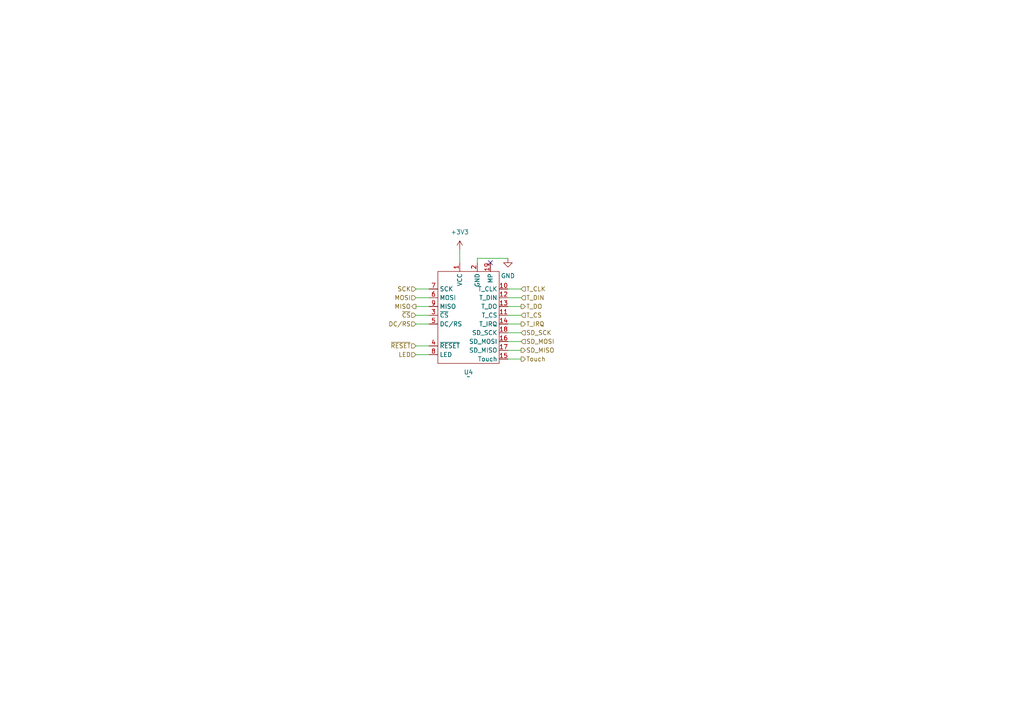
<source format=kicad_sch>
(kicad_sch (version 20231120) (generator "eeschema") (generator_version "8.0")
  (paper "A4")
  (lib_symbols
    (symbol "display_modules:ILI9341"
      (property "Reference" "U" (at 0 0 0))
      (symbol "ILI9341_0_1"
        (rectangle (start -8.89 27.94) (end 8.89 1.27))
      )
      (symbol "ILI9341_1_1"
        (pin input line (at -2.54 30.48 270) (length 2.54) (name "VCC") (number "1"))
        (pin input line (at 11.43 22.86 180) (length 2.54) (name "T_CLK") (number "10"))
        (pin input line (at 11.43 15.24 180) (length 2.54) (name "T_CS") (number "11"))
        (pin input line (at 11.43 20.32 180) (length 2.54) (name "T_DIN") (number "12"))
        (pin output line (at 11.43 17.78 180) (length 2.54) (name "T_DO") (number "13"))
        (pin output line (at 11.43 12.7 180) (length 2.54) (name "T_IRQ") (number "14"))
        (pin input line (at 11.43 2.54 180) (length 2.54) (name "Touch") (number "15"))
        (pin input line (at 11.43 7.62 180) (length 2.54) (name "SD_MOSI") (number "16"))
        (pin output line (at 11.43 5.08 180) (length 2.54) (name "SD_MISO") (number "17"))
        (pin input line (at 11.43 10.16 180) (length 2.54) (name "SD_SCK") (number "18"))
        (pin input line (at 6.35 30.48 270) (length 2.54) (name "MP") (number "19"))
        (pin input line (at 2.54 30.48 270) (length 2.54) (name "GND") (number "2"))
        (pin input line (at -11.43 15.24 0) (length 2.54) (name "~{CS}") (number "3"))
        (pin input line (at -11.43 6.35 0) (length 2.54) (name "~{RESET}") (number "4"))
        (pin input line (at -11.43 12.7 0) (length 2.54) (name "DC/RS") (number "5"))
        (pin input line (at -11.43 20.32 0) (length 2.54) (name "MOSI") (number "6"))
        (pin input line (at -11.43 22.86 0) (length 2.54) (name "SCK") (number "7"))
        (pin input line (at -11.43 3.81 0) (length 2.54) (name "LED") (number "8"))
        (pin output line (at -11.43 17.78 0) (length 2.54) (name "MISO") (number "9"))
      )
    )
    (symbol "power:+3V3" (power) (pin_names (offset 0))
      (property "Value" "+3V3" (at 0 3.556 0))
      (symbol "+3V3_0_1"
        (polyline (pts (xy -0.762 1.27) (xy 0 2.54)))
        (polyline (pts (xy 0 0) (xy 0 2.54)))
        (polyline (pts (xy 0 2.54) (xy 0.762 1.27)))
      )
      (symbol "+3V3_1_1"
        (pin power_in line (at 0 0 90) (length 0) hide (name "+3V3") (number "1"))
      )
    )
    (symbol "power:GND" (power) (pin_names (offset 0))
      (property "Value" "GND" (at 0 -3.81 0))
      (symbol "GND_0_1"
        (polyline (pts (xy 0 0) (xy 0 -1.27) (xy 1.27 -1.27) (xy 0 -2.54) (xy -1.27 -1.27) (xy 0 -1.27)))
      )
      (symbol "GND_1_1"
        (pin power_in line (at 0 0 270) (length 0) hide (name "GND") (number "1"))
      )
    )
  )
  (no_connect (at 142.24 76.2))
  (wire (pts (xy 147.32 93.98) (xy 151.13 93.98)))
  (wire (pts (xy 147.32 83.82) (xy 151.13 83.82)))
  (wire (pts (xy 147.32 96.52) (xy 151.13 96.52)))
  (wire (pts (xy 147.32 101.6) (xy 151.13 101.6)))
  (wire (pts (xy 120.65 100.33) (xy 124.46 100.33)))
  (wire (pts (xy 133.35 72.39) (xy 133.35 76.2)))
  (wire (pts (xy 138.43 74.93) (xy 147.32 74.93)))
  (wire (pts (xy 120.65 102.87) (xy 124.46 102.87)))
  (wire (pts (xy 147.32 99.06) (xy 151.13 99.06)))
  (wire (pts (xy 147.32 104.14) (xy 151.13 104.14)))
  (wire (pts (xy 138.43 76.2) (xy 138.43 74.93)))
  (wire (pts (xy 147.32 86.36) (xy 151.13 86.36)))
  (wire (pts (xy 120.65 86.36) (xy 124.46 86.36)))
  (wire (pts (xy 120.65 91.44) (xy 124.46 91.44)))
  (wire (pts (xy 120.65 83.82) (xy 124.46 83.82)))
  (wire (pts (xy 147.32 88.9) (xy 151.13 88.9)))
  (wire (pts (xy 120.65 88.9) (xy 124.46 88.9)))
  (wire (pts (xy 120.65 93.98) (xy 124.46 93.98)))
  (wire (pts (xy 147.32 91.44) (xy 151.13 91.44)))
  (hierarchical_label "SD_MISO" (shape output) (at 151.13 101.6 0))
  (hierarchical_label "~{RESET}" (shape input) (at 120.65 100.33 180))
  (hierarchical_label "DC{slash}RS" (shape input) (at 120.65 93.98 180))
  (hierarchical_label "MISO" (shape output) (at 120.65 88.9 180))
  (hierarchical_label "~{CS}" (shape input) (at 120.65 91.44 180))
  (hierarchical_label "T_DO" (shape output) (at 151.13 88.9 0))
  (hierarchical_label "T_IRQ" (shape output) (at 151.13 93.98 0))
  (hierarchical_label "MOSI" (shape input) (at 120.65 86.36 180))
  (hierarchical_label "SCK" (shape input) (at 120.65 83.82 180))
  (hierarchical_label "T_DIN" (shape input) (at 151.13 86.36 0))
  (hierarchical_label "T_CLK" (shape input) (at 151.13 83.82 0))
  (hierarchical_label "SD_MOSI" (shape input) (at 151.13 99.06 0))
  (hierarchical_label "T_CS" (shape input) (at 151.13 91.44 0))
  (hierarchical_label "LED" (shape input) (at 120.65 102.87 180))
  (hierarchical_label "SD_SCK" (shape input) (at 151.13 96.52 0))
  (hierarchical_label "Touch" (shape output) (at 151.13 104.14 0))
  (symbol (lib_id "display_modules:ILI9341") (at 135.89 106.68 0) (unit 1)
    (property "Reference" "U4" (at 135.89 107.95 0))
    (property "Value" "~" (at 135.89 109.22 0))
    (property "Footprint" "display_modules:ILI9341 Module" (effects (hide yes)))
  )
  (symbol (lib_id "power:GND") (at 147.32 74.93 0) (unit 1)
    (property "Reference" "#PWR0702" (effects (hide yes)))
    (property "Value" "GND" (at 147.32 80.01 0))
  )
  (symbol (lib_id "power:+3V3") (at 133.35 72.39 0) (unit 1)
    (property "Reference" "#PWR0701" (effects (hide yes)))
    (property "Value" "+3V3" (at 133.35 67.31 0))
  )
)
</source>
